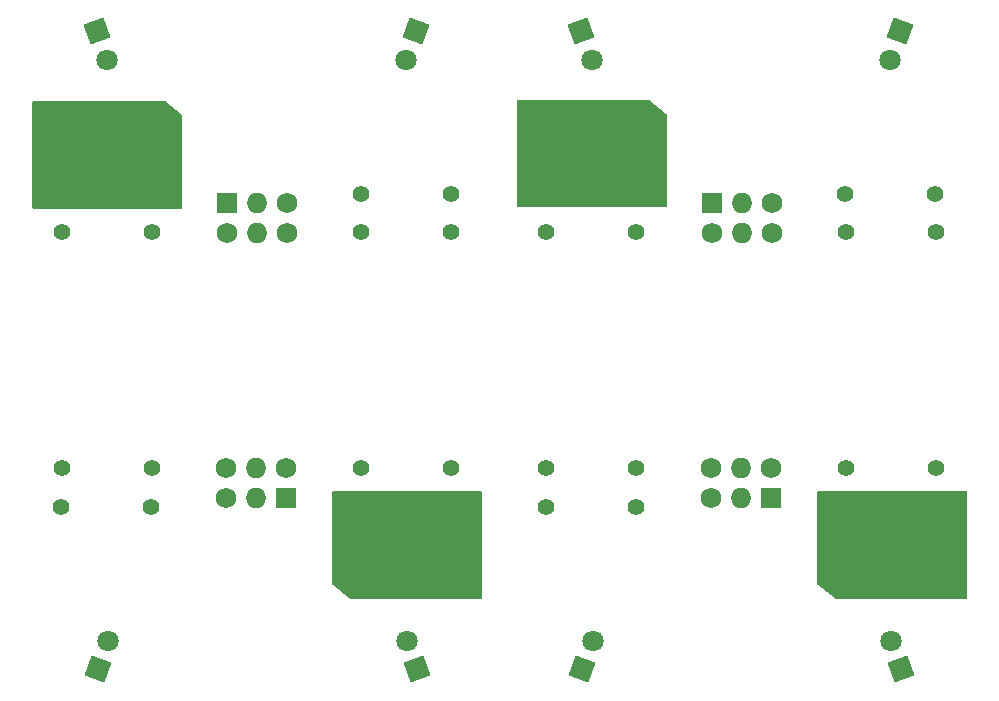
<source format=gtl>
G04 #@! TF.GenerationSoftware,KiCad,Pcbnew,7.0.10*
G04 #@! TF.CreationDate,2024-07-07T16:54:10-05:00*
G04 #@! TF.ProjectId,g0dzilla_vs_sao2,6730647a-696c-46c6-915f-76735f73616f,1*
G04 #@! TF.SameCoordinates,Original*
G04 #@! TF.FileFunction,Copper,L1,Top*
G04 #@! TF.FilePolarity,Positive*
%FSLAX46Y46*%
G04 Gerber Fmt 4.6, Leading zero omitted, Abs format (unit mm)*
G04 Created by KiCad (PCBNEW 7.0.10) date 2024-07-07 16:54:10*
%MOMM*%
%LPD*%
G01*
G04 APERTURE LIST*
G04 Aperture macros list*
%AMRotRect*
0 Rectangle, with rotation*
0 The origin of the aperture is its center*
0 $1 length*
0 $2 width*
0 $3 Rotation angle, in degrees counterclockwise*
0 Add horizontal line*
21,1,$1,$2,0,0,$3*%
G04 Aperture macros list end*
G04 #@! TA.AperFunction,ComponentPad*
%ADD10RotRect,1.800000X1.800000X290.000000*%
G04 #@! TD*
G04 #@! TA.AperFunction,ComponentPad*
%ADD11C,1.800000*%
G04 #@! TD*
G04 #@! TA.AperFunction,ComponentPad*
%ADD12C,1.400000*%
G04 #@! TD*
G04 #@! TA.AperFunction,ComponentPad*
%ADD13RotRect,1.800000X1.800000X250.000000*%
G04 #@! TD*
G04 #@! TA.AperFunction,ComponentPad*
%ADD14R,1.727200X1.727200*%
G04 #@! TD*
G04 #@! TA.AperFunction,ComponentPad*
%ADD15C,1.727200*%
G04 #@! TD*
G04 #@! TA.AperFunction,ComponentPad*
%ADD16O,1.727200X1.727200*%
G04 #@! TD*
G04 #@! TA.AperFunction,ComponentPad*
%ADD17RotRect,1.800000X1.800000X70.000000*%
G04 #@! TD*
G04 #@! TA.AperFunction,ComponentPad*
%ADD18RotRect,1.800000X1.800000X110.000000*%
G04 #@! TD*
G04 APERTURE END LIST*
D10*
X76000000Y-83000000D03*
D11*
X76868731Y-85386819D03*
D12*
X106000000Y-100000000D03*
X98380000Y-100000000D03*
D13*
X144000000Y-83000000D03*
D11*
X143131269Y-85386819D03*
D14*
X92000000Y-122480000D03*
D15*
X92000000Y-119940000D03*
D16*
X89460000Y-122480000D03*
X89460000Y-119940000D03*
D15*
X86920000Y-122480000D03*
X86920000Y-119940000D03*
D12*
X80610000Y-123250000D03*
X72990000Y-123250000D03*
D14*
X128060000Y-97520000D03*
D15*
X128060000Y-100060000D03*
D16*
X130600000Y-97520000D03*
X130600000Y-100060000D03*
D15*
X133140000Y-97520000D03*
X133140000Y-100060000D03*
D12*
X106000000Y-120000000D03*
X98380000Y-120000000D03*
X147000000Y-100000000D03*
X139380000Y-100000000D03*
X139370000Y-96790000D03*
X146990000Y-96790000D03*
D13*
X103000000Y-83000000D03*
D11*
X102131269Y-85386819D03*
D12*
X121650000Y-123250000D03*
X114030000Y-123250000D03*
D14*
X86990000Y-97520000D03*
D15*
X86990000Y-100060000D03*
D16*
X89530000Y-97520000D03*
X89530000Y-100060000D03*
D15*
X92070000Y-97520000D03*
X92070000Y-100060000D03*
D10*
X117000000Y-83000000D03*
D11*
X117868731Y-85386819D03*
D17*
X117100000Y-137000000D03*
D11*
X117968731Y-134613181D03*
D12*
X114000000Y-100000000D03*
X121620000Y-100000000D03*
D18*
X103100000Y-137000000D03*
D11*
X102231269Y-134613181D03*
D18*
X144100000Y-137000000D03*
D11*
X143231269Y-134613181D03*
D12*
X114000000Y-120000000D03*
X121620000Y-120000000D03*
D14*
X133080000Y-122480000D03*
D15*
X133080000Y-119940000D03*
D16*
X130540000Y-122480000D03*
X130540000Y-119940000D03*
D15*
X128000000Y-122480000D03*
X128000000Y-119940000D03*
D12*
X147000000Y-120000000D03*
X139380000Y-120000000D03*
D17*
X76100000Y-137000000D03*
D11*
X76968731Y-134613181D03*
D12*
X98375000Y-96790000D03*
X105995000Y-96790000D03*
X73000000Y-120000000D03*
X80620000Y-120000000D03*
X73000000Y-100000000D03*
X80620000Y-100000000D03*
G04 #@! TA.AperFunction,NonConductor*
G36*
X81723542Y-88919685D02*
G01*
X81733965Y-88927172D01*
X83153462Y-90062770D01*
X83193514Y-90120020D01*
X83200000Y-90159597D01*
X83200000Y-97876000D01*
X83180315Y-97943039D01*
X83127511Y-97988794D01*
X83076000Y-98000000D01*
X70624000Y-98000000D01*
X70556961Y-97980315D01*
X70511206Y-97927511D01*
X70500000Y-97876000D01*
X70500000Y-89024000D01*
X70519685Y-88956961D01*
X70572489Y-88911206D01*
X70624000Y-88900000D01*
X81656503Y-88900000D01*
X81723542Y-88919685D01*
G37*
G04 #@! TD.AperFunction*
G04 #@! TA.AperFunction,NonConductor*
G36*
X122748542Y-88819685D02*
G01*
X122758965Y-88827172D01*
X124178462Y-89962770D01*
X124218514Y-90020020D01*
X124225000Y-90059597D01*
X124225000Y-97776000D01*
X124205315Y-97843039D01*
X124152511Y-97888794D01*
X124101000Y-97900000D01*
X111649000Y-97900000D01*
X111581961Y-97880315D01*
X111536206Y-97827511D01*
X111525000Y-97776000D01*
X111525000Y-88924000D01*
X111544685Y-88856961D01*
X111597489Y-88811206D01*
X111649000Y-88800000D01*
X122681503Y-88800000D01*
X122748542Y-88819685D01*
G37*
G04 #@! TD.AperFunction*
G04 #@! TA.AperFunction,NonConductor*
G36*
X149618039Y-121944685D02*
G01*
X149663794Y-121997489D01*
X149675000Y-122049000D01*
X149675000Y-130901000D01*
X149655315Y-130968039D01*
X149602511Y-131013794D01*
X149551000Y-131025000D01*
X138518497Y-131025000D01*
X138451458Y-131005315D01*
X138441035Y-130997828D01*
X137021538Y-129862230D01*
X136981486Y-129804979D01*
X136975000Y-129765402D01*
X136975000Y-122049000D01*
X136994685Y-121981961D01*
X137047489Y-121936206D01*
X137099000Y-121925000D01*
X149551000Y-121925000D01*
X149618039Y-121944685D01*
G37*
G04 #@! TD.AperFunction*
G04 #@! TA.AperFunction,NonConductor*
G36*
X108543039Y-121944685D02*
G01*
X108588794Y-121997489D01*
X108600000Y-122049000D01*
X108600000Y-130901000D01*
X108580315Y-130968039D01*
X108527511Y-131013794D01*
X108476000Y-131025000D01*
X97443497Y-131025000D01*
X97376458Y-131005315D01*
X97366035Y-130997828D01*
X95946538Y-129862230D01*
X95906486Y-129804979D01*
X95900000Y-129765402D01*
X95900000Y-122049000D01*
X95919685Y-121981961D01*
X95972489Y-121936206D01*
X96024000Y-121925000D01*
X108476000Y-121925000D01*
X108543039Y-121944685D01*
G37*
G04 #@! TD.AperFunction*
M02*

</source>
